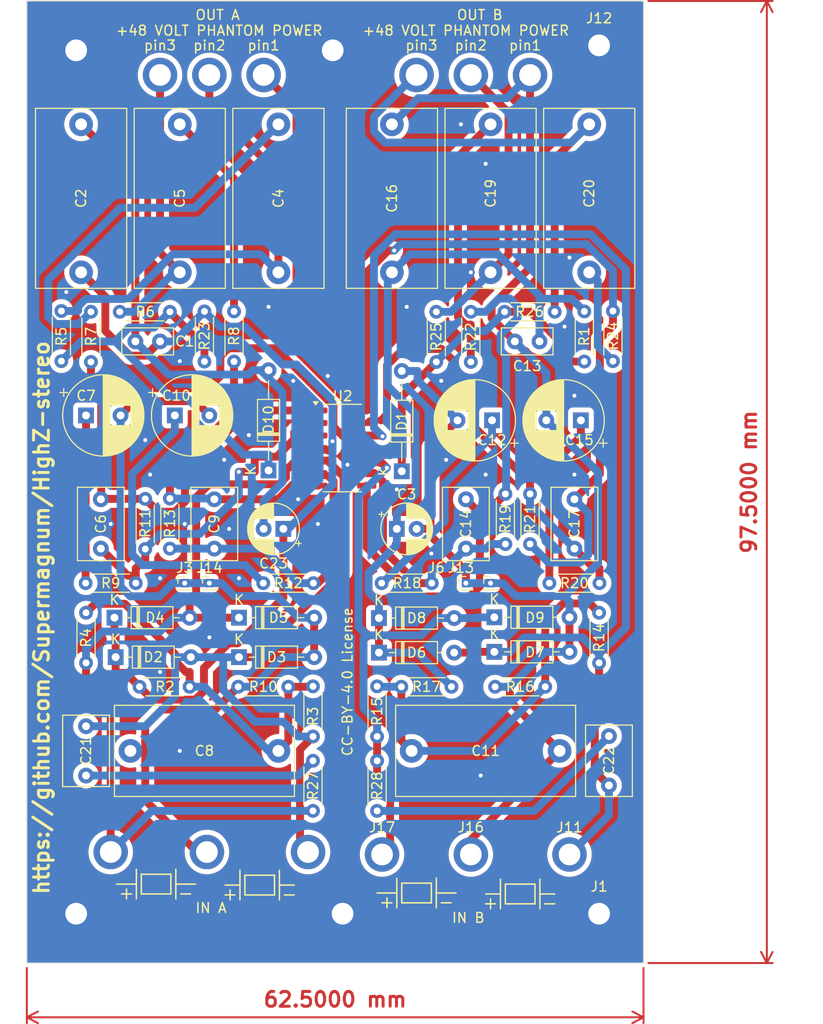
<source format=kicad_pcb>
(kicad_pcb (version 20240108) (generator "pcbnew") (generator_version "8.0")
  (layers (0 "F.Cu" signal) (31 "B.Cu" signal) (34 "B.Paste" user) (35 "F.Paste" user) (36 "B.SilkS" user "B.Silkscreen") (37 "F.SilkS" user "F.Silkscreen") (38 "B.Mask" user) (39 "F.Mask" user) (44 "Edge.Cuts" user))
  (net 0 "")
  (net 1 "Net-(C6-Pad2)")
  (net 2 "Net-(U2A--)")
  (net 3 "V-")
  (net 4 "VCC")
  (net 5 "Net-(C4-Pad2)")
  (net 6 "Earth")
  (net 7 "ind")
  (net 8 "/2")
  (net 9 "/3")
  (net 10 "Net-(C5-Pad2)")
  (net 11 "Net-(C7-Pad1)")
  (net 12 "Net-(C9-Pad2)")
  (net 13 "Net-(C10-Pad1)")
  (net 14 "Net-(C8-Pad1)")
  (net 15 "Net-(U2B--)")
  (net 16 "Net-(C11-Pad1)")
  (net 17 "Net-(C12-Pad1)")
  (net 18 "VCCR")
  (net 19 "Net-(U2C--)")
  (net 20 "Net-(C14-Pad2)")
  (net 21 "Net-(C15-Pad1)")
  (net 22 "Net-(U2D--)")
  (net 23 "Net-(C17-Pad2)")
  (net 24 "Net-(C19-Pad2)")
  (net 25 "Net-(C20-Pad2)")
  (net 26 "Net-(C21-Pad2)")
  (net 27 "Net-(D4-A)")
  (net 28 "indR")
  (net 29 "Net-(D8-A)")
  (net 30 "Net-(C22-Pad2)")
  (net 31 "GND")
  (net 32 "/2A")
  (net 33 "/3A")
  (net 34 "V-R")
  (net 35 "Net-(D1-K)")
  (net 36 "Net-(D10-K)")
  (footprint "Capacitor_THT:C_Disc_D5.0mm_W2.5mm_P2.50mm" (layer "F.Cu") (at 51 67 180)
    (property "Reference" "C1")
    (property "Value" "0.1uF")
  )
  (footprint "Capacitor_THT:C_Rect_L18.0mm_W9.0mm_P15.00mm_FKS3_FKP3" (layer "F.Cu") (at 43 60 90)
    (property "Reference" "C2")
    (property "Value" "10uF")
  )
  (footprint "Capacitor_THT:CP_Radial_D5.0mm_P2.00mm" (layer "F.Cu") (at 75 86)
    (property "Reference" "C3")
    (property "Value" "33uF")
  )
  (footprint "Capacitor_THT:C_Rect_L18.0mm_W9.0mm_P15.00mm_FKS3_FKP3" (layer "F.Cu") (at 63 60 90)
    (property "Reference" "C4")
    (property "Value" "10uF")
  )
  (footprint "Capacitor_THT:C_Rect_L18.0mm_W9.0mm_P15.00mm_FKS3_FKP3" (layer "F.Cu") (at 53 60 90)
    (property "Reference" "C5")
    (property "Value" "10uF")
  )
  (footprint "Capacitor_THT:C_Rect_L18.0mm_W9.0mm_P15.00mm_FKS3_FKP3" (layer "F.Cu") (at 63 108.5 180)
    (property "Reference" "C8")
    (property "Value" "10uF")
  )
  (footprint "Diode_THT:D_DO-35_SOD27_P7.62mm_Horizontal" (layer "F.Cu") (at 46.38 95)
    (property "Reference" "D4")
    (property "Value" "1N4148")
  )
  (footprint "Diode_THT:D_DO-35_SOD27_P7.62mm_Horizontal" (layer "F.Cu") (at 59 95)
    (property "Reference" "D5")
    (property "Value" "1N4148")
  )
  (footprint "MountingHole:MountingHole_2.2mm_M2_ISO7380_Pad" (layer "F.Cu") (at 42.5 125)
    (property "Reference" "J7" (hide yes))
    (property "Value" "Conn_01x01_Female")
  )
  (footprint "MountingHole:MountingHole_2.2mm_M2_ISO7380_Pad" (layer "F.Cu") (at 68.5 37.5)
    (property "Reference" "J8" (hide yes))
    (property "Value" "Conn_01x01_Female")
  )
  (footprint "MountingHole:MountingHole_2.2mm_M2_ISO7380_Pad" (layer "F.Cu") (at 42.5 37.5)
    (property "Reference" "J9" (hide yes))
    (property "Value" "Conn_01x01_Female")
  )
  (footprint "MountingHole:MountingHole_2.2mm_M2_ISO7380_Pad" (layer "F.Cu") (at 69.5 125)
    (property "Reference" "J10" (hide yes))
    (property "Value" "Conn_01x01_Female")
  )
  (footprint "Resistor_THT:R_Axial_DIN0204_L3.6mm_D1.6mm_P5.08mm_Horizontal" (layer "F.Cu") (at 49.5 82.96 -90)
    (property "Reference" "R11")
    (property "Value" "4K")
  )
  (footprint "Resistor_THT:R_Axial_DIN0204_L3.6mm_D1.6mm_P5.08mm_Horizontal" (layer "F.Cu") (at 41 69 90)
    (property "Reference" "R5")
    (property "Value" "4.7K")
  )
  (footprint "Resistor_THT:R_Axial_DIN0204_L3.6mm_D1.6mm_P5.08mm_Horizontal" (layer "F.Cu") (at 52 64 180)
    (property "Reference" "R6")
    (property "Value" "4.7K")
  )
  (footprint "Resistor_THT:R_Axial_DIN0204_L3.6mm_D1.6mm_P5.08mm_Horizontal" (layer "F.Cu") (at 44 64 -90)
    (property "Reference" "R7")
    (property "Value" "470")
  )
  (footprint "Resistor_THT:R_Axial_DIN0204_L3.6mm_D1.6mm_P5.08mm_Horizontal" (layer "F.Cu") (at 48.92 102)
    (property "Reference" "R2")
    (property "Value" "56K")
  )
  (footprint "Resistor_THT:R_Axial_DIN0204_L3.6mm_D1.6mm_P5.08mm_Horizontal" (layer "F.Cu") (at 43.5 94.5 -90)
    (property "Reference" "R4")
    (property "Value" "1G")
  )
  (footprint "Resistor_THT:R_Axial_DIN0204_L3.6mm_D1.6mm_P5.08mm_Horizontal" (layer "F.Cu") (at 58.5 63.96 -90)
    (property "Reference" "R8")
    (property "Value" "470")
  )
  (footprint "Resistor_THT:R_Axial_DIN0204_L3.6mm_D1.6mm_P5.08mm_Horizontal" (layer "F.Cu") (at 43.46 91.5)
    (property "Reference" "R9")
    (property "Value" "100")
  )
  (footprint "Resistor_THT:R_Axial_DIN0204_L3.6mm_D1.6mm_P5.08mm_Horizontal" (layer "F.Cu") (at 64 102 180)
    (property "Reference" "R10")
    (property "Value" "56K")
  )
  (footprint "Diode_THT:D_DO-35_SOD27_P7.62mm_Horizontal" (layer "F.Cu") (at 46.5 99)
    (property "Reference" "D2")
    (property "Value" "1N4148")
  )
  (footprint "Diode_THT:D_DO-35_SOD27_P7.62mm_Horizontal" (layer "F.Cu") (at 59 99)
    (property "Reference" "D3")
    (property "Value" "1N4148")
  )
  (footprint "Resistor_THT:R_Axial_DIN0204_L3.6mm_D1.6mm_P5.08mm_Horizontal" (layer "F.Cu") (at 66.5 101.96 -90)
    (property "Reference" "R3")
    (property "Value" "1G")
  )
  (footprint "Resistor_THT:R_Axial_DIN0204_L3.6mm_D1.6mm_P5.08mm_Horizontal" (layer "F.Cu") (at 61.46 91.5)
    (property "Reference" "R12")
    (property "Value" "100")
  )
  (footprint "Resistor_THT:R_Axial_DIN0204_L3.6mm_D1.6mm_P5.08mm_Horizontal" (layer "F.Cu") (at 52 82.92 -90)
    (property "Reference" "R13")
    (property "Value" "4K")
  )
  (footprint "Capacitor_THT:C_Rect_L7.2mm_W4.5mm_P5.00mm_FKS2_FKP2_MKS2_MKP2" (layer "F.Cu") (at 45 88 90)
    (property "Reference" "C6")
    (property "Value" "47pF")
  )
  (footprint "Capacitor_THT:C_Rect_L7.2mm_W4.5mm_P5.00mm_FKS2_FKP2_MKS2_MKP2" (layer "F.Cu") (at 56.5 88 90)
    (property "Reference" "C9")
    (property "Value" "47pF")
  )
  (footprint "Capacitor_THT:CP_Radial_D8.0mm_P3.50mm" (layer "F.Cu") (at 43.5 74.5)
    (property "Reference" "C7")
    (property "Value" "47uF")
  )
  (footprint "Capacitor_THT:CP_Radial_D8.0mm_P3.50mm" (layer "F.Cu") (at 52.5 74.5)
    (property "Reference" "C10")
    (property "Value" "47uF")
  )
  (footprint "MountingHole:MountingHole_2.2mm_M2_ISO7380_Pad" (layer "F.Cu") (at 66 118.75)
    (property "Reference" "J2" (hide yes))
    (property "Value" "Conn_01x01_Female")
  )
  (footprint "Connector_PinHeader_1.00mm:PinHeader_1x01_P1.00mm_Vertical" (layer "F.Cu") (at 53.5 91.5)
    (property "Reference" "J3")
    (property "Value" "Potmeter ground A")
  )
  (footprint "MountingHole:MountingHole_2.2mm_M2_ISO7380_Pad" (layer "F.Cu") (at 55.75 118.75)
    (property "Reference" "J4" (hide yes))
    (property "Value" "Conn_01x01_Female")
  )
  (footprint "MountingHole:MountingHole_2.2mm_M2_ISO7380_Pad" (layer "F.Cu") (at 46 118.75)
    (property "Reference" "J5" (hide yes))
    (property "Value" "Conn_01x01_Female")
  )
  (footprint "Connector_PinHeader_1.00mm:PinHeader_1x01_P1.00mm_Vertical" (layer "F.Cu") (at 82 91.5)
    (property "Reference" "J6")
    (property "Value" "potmeter ground B")
  )
  (footprint "Resistor_THT:R_Axial_DIN0204_L3.6mm_D1.6mm_P5.08mm_Horizontal" (layer "F.Cu") (at 95.5 94.5 -90)
    (property "Reference" "R14")
    (property "Value" "1G")
  )
  (footprint "Connector_PinHeader_1.00mm:PinHeader_1x01_P1.00mm_Vertical" (layer "F.Cu") (at 56 91.5)
    (property "Reference" "J14")
    (property "Value" "Potmeter ground A")
  )
  (footprint "Connector_PinHeader_1.00mm:PinHeader_1x01_P1.00mm_Vertical" (layer "F.Cu") (at 84.5 91.5)
    (property "Reference" "J13")
    (property "Value" "potmeter ground B")
  )
  (footprint "Capacitor_THT:C_Rect_L18.0mm_W9.0mm_P15.00mm_FKS3_FKP3" (layer "F.Cu") (at 84.5 60 90)
    (property "Reference" "C19")
    (property "Value" "10uF")
  )
  (footprint "Capacitor_THT:C_Rect_L7.0mm_W4.5mm_P5.00mm" (layer "F.Cu") (at 96.5 112 90)
    (property "Reference" "C22")
    (property "Value" "680pF")
  )
  (footprint "MountingHole:MountingHole_2.2mm_M2_ISO7380_Pad" (layer "F.Cu") (at 73.5 119)
    (property "Reference" "J17")
    (property "Value" "Conn_01x01_Female")
  )
  (footprint "Resistor_THT:R_Axial_DIN0204_L3.6mm_D1.6mm_P5.08mm_Horizontal" (layer "F.Cu") (at 90.46 91.5)
    (property "Reference" "R20")
    (property "Value" "100")
  )
  (footprint "Package_SO:SOIC-14_3.9x8.7mm_P1.27mm" (layer "F.Cu") (at 69.475 77.81)
    (property "Reference" "U2")
    (property "Value" "OPA1679")
  )
  (footprint "Diode_THT:D_DO-35_SOD27_P7.62mm_Horizontal" (layer "F.Cu") (at 84.88 94.96)
    (property "Reference" "D9")
    (property "Value" "1N4148")
  )
  (footprint "Diode_THT:D_DO-35_SOD27_P10.16mm_Horizontal" (layer "F.Cu") (at 62 80.08 90)
    (property "Reference" "D10")
    (property "Value" "ZPD11")
  )
  (footprint "Resistor_THT:R_Axial_DIN0204_L3.6mm_D1.6mm_P5.08mm_Horizontal" (layer "F.Cu") (at 79 69.08 90)
    (property "Reference" "R25")
    (property "Value" "4.7K")
  )
  (footprint "Resistor_THT:R_Axial_DIN0204_L3.6mm_D1.6mm_P5.08mm_Horizontal" (layer "F.Cu") (at 55.5 63.96 -90)
    (property "Reference" "R23")
    (property "Value" "100")
  )
  (footprint "MountingHole:MountingHole_2.2mm_M2_ISO7380_Pad" (layer "F.Cu") (at 95.5 37)
    (property "Reference" "J12")
    (property "Value" "Conn_01x01_Female")
  )
  (footprint "Diode_THT:D_DO-35_SOD27_P7.62mm_Horizontal" (layer "F.Cu") (at 73.19 95.04)
    (property "Reference" "D8")
    (property "Value" "1N4148")
  )
  (footprint "MountingHole:MountingHole_2.2mm_M2_ISO7380_Pad" (layer "F.Cu") (at 82.5 40)
    (property "Reference" "J19" (hide yes))
    (property "Value" "Conn_01x01_Female")
  )
  (footprint "MountingHole:MountingHole_2.2mm_M2_ISO7380_Pad" (layer "F.Cu") (at 82.5 119)
    (property "Reference" "J16")
    (property "Value" "Conn_01x01_Female")
  )
  (footprint "Resistor_THT:R_Axial_DIN0204_L3.6mm_D1.6mm_P5.08mm_Horizontal" (layer "F.Cu") (at 85.92 64)
    (property "Reference" "R26")
    (property "Value" "4.7K")
  )
  (footprint "Capacitor_THT:CP_Radial_D8.0mm_P3.50mm" (layer "F.Cu") (at 84.6527 75 180)
    (property "Reference" "C12")
    (property "Value" "47uF")
  )
  (footprint "Capacitor_THT:C_Rect_L18.0mm_W9.0mm_P15.00mm_FKS3_FKP3" (layer "F.Cu") (at 94.5 45 -90)
    (property "Reference" "C20")
    (property "Value" "10uF")
  )
  (footprint "MountingHole:MountingHole_2.2mm_M2_ISO7380_Pad" (layer "F.Cu") (at 88.5 40)
    (property "Reference" "J20" (hide yes))
    (property "Value" "Conn_01x01_Female")
  )
  (footprint "MountingHole:MountingHole_2.2mm_M2_ISO7380_Pad" (layer "F.Cu") (at 77 40)
    (property "Reference" "J18" (hide yes))
    (property "Value" "Conn_01x01_Female")
  )
  (footprint "Capacitor_THT:CP_Radial_D8.0mm_P3.50mm" (layer "F.Cu") (at 93.6527 75 180)
    (property "Reference" "C15")
    (property "Value" "47uF")
  )
  (footprint "Resistor_THT:R_Axial_DIN0204_L3.6mm_D1.6mm_P5.08mm_Horizontal" (layer "F.Cu") (at 90.04 102 180)
    (property "Reference" "R16")
    (property "Value" "56K")
  )
  (footprint "Resistor_THT:R_Axial_DIN0204_L3.6mm_D1.6mm_P5.08mm_Horizontal" (layer "F.Cu") (at 73 101.96 -90)
    (property "Reference" "R15")
    (property "Value" "1G")
  )
  (footprint "Resistor_THT:R_Axial_DIN0204_L3.6mm_D1.6mm_P5.08mm_Horizontal" (layer "F.Cu") (at 82.5 69.08 90)
    (property "Reference" "R22")
    (property "Value" "470")
  )
  (footprint "Resistor_THT:R_Axial_DIN0204_L3.6mm_D1.6mm_P5.08mm_Horizontal" (layer "F.Cu") (at 96.9027 69 90)
    (property "Reference" "R24")
    (property "Value" "470")
  )
  (footprint "Resistor_THT:R_Axial_DIN0204_L3.6mm_D1.6mm_P5.08mm_Horizontal" (layer "F.Cu") (at 86 82.46 -90)
    (property "Reference" "R19")
    (property "Value" "4K")
  )
  (footprint "Capacitor_THT:C_Rect_L18.0mm_W9.0mm_P15.00mm_FKS3_FKP3" (layer "F.Cu") (at 76.5 108.5)
    (property "Reference" "C11")
    (property "Value" "10uF")
  )
  (footprint "Resistor_THT:R_Axial_DIN0204_L3.6mm_D1.6mm_P5.08mm_Horizontal" (layer "F.Cu") (at 73 114.58 90)
    (property "Reference" "R28")
    (property "Value" "150")
  )
  (footprint "Resistor_THT:R_Axial_DIN0204_L3.6mm_D1.6mm_P5.08mm_Horizontal" (layer "F.Cu") (at 73.46 91.5)
    (property "Reference" "R18")
    (property "Value" "100")
  )
  (footprint "MountingHole:MountingHole_2.2mm_M2_ISO7380_Pad" (layer "F.Cu") (at 56 40)
    (property "Reference" "J1A1" (hide yes))
    (property "Value" "Conn_01x01_Female")
  )
  (footprint "Capacitor_THT:C_Rect_L18.0mm_W9.0mm_P15.00mm_FKS3_FKP3" (layer "F.Cu") (at 74.5 60 90)
    (property "Reference" "C16")
    (property "Value" "10uF")
  )
  (footprint "MountingHole:MountingHole_2.2mm_M2_ISO7380_Pad" (layer "F.Cu") (at 61.5 40)
    (property "Reference" "J6A1" (hide yes))
    (property "Value" "Conn_01x01_Female")
  )
  (footprint "Capacitor_THT:C_Rect_L7.2mm_W4.5mm_P5.00mm_FKS2_FKP2_MKS2_MKP2" (layer "F.Cu") (at 82 88 90)
    (property "Reference" "C14")
    (property "Value" "47pF")
  )
  (footprint "MountingHole:MountingHole_2.2mm_M2_ISO7380_Pad" (layer "F.Cu") (at 51 40)
    (property "Reference" "J3A1" (hide yes))
    (property "Value" "Conn_01x01_Female")
  )
  (footprint "MountingHole:MountingHole_2.2mm_M2_ISO7380_Pad" (layer "F.Cu") (at 92.5 119)
    (property "Reference" "J11")
    (property "Value" "Conn_01x01_Female")
  )
  (footprint "Capacitor_THT:C_Rect_L7.2mm_W4.5mm_P5.00mm_FKS2_FKP2_MKS2_MKP2" (layer "F.Cu") (at 93 88 90)
    (property "Reference" "C17")
    (property "Value" "47pF")
  )
  (footprint "Diode_THT:D_DO-35_SOD27_P10.16mm_Horizontal" (layer "F.Cu") (at 75.5 80.16 90)
    (property "Reference" "D1")
    (property "Value" "ZPD11")
  )
  (footprint "Diode_THT:D_DO-35_SOD27_P7.62mm_Horizontal" (layer "F.Cu") (at 84.88 98.46)
    (property "Reference" "D7")
    (property "Value" "1N4148")
  )
  (footprint "Diode_THT:D_DO-35_SOD27_P7.62mm_Horizontal" (layer "F.Cu") (at 73.19 98.54)
    (property "Reference" "D6")
    (property "Value" "1N4148")
  )
  (footprint "Resistor_THT:R_Axial_DIN0204_L3.6mm_D1.6mm_P5.08mm_Horizontal" (layer "F.Cu") (at 66.5 109.5 -90)
    (property "Reference" "R27")
    (property "Value" "150")
  )
  (footprint "Capacitor_THT:CP_Radial_D5.0mm_P2.00mm" (layer "F.Cu") (at 63.5 86 180)
    (property "Reference" "C23")
    (property "Value" "33uF")
  )
  (footprint "Resistor_THT:R_Axial_DIN0204_L3.6mm_D1.6mm_P5.08mm_Horizontal" (layer "F.Cu") (at 88.5 87.54 90)
    (property "Reference" "R21")
    (property "Value" "4K")
  )
  (footprint "Capacitor_THT:C_Rect_L7.0mm_W4.5mm_P5.00mm" (layer "F.Cu") (at 43.5 106 -90)
    (property "Reference" "C21")
    (property "Value" "680pF")
  )
  (footprint "Resistor_THT:R_Axial_DIN0204_L3.6mm_D1.6mm_P5.08mm_Horizontal" (layer "F.Cu") (at 94 63.96 -90)
    (property "Reference" "R1")
    (property "Value" "100")
  )
  (footprint "MountingHole:MountingHole_2.2mm_M2_ISO7380_Pad" (layer "F.Cu") (at 95.5 125)
    (property "Reference" "J1")
    (property "Value" "Conn_01x01_Female")
  )
  (footprint "Capacitor_THT:C_Disc_D5.0mm_W2.5mm_P2.50mm" (layer "F.Cu") (at 89.46 67 180)
    (property "Reference" "C13")
    (property "Value" "0.1uF")
  )
  (footprint "Resistor_THT:R_Axial_DIN0204_L3.6mm_D1.6mm_P5.08mm_Horizontal" (layer "F.Cu") (at 80.54 102 180)
    (property "Reference" "R17")
    (property "Value" "56K")
  )
  (gr_line (start 49.1 123) (end 52.1 123) (stroke (width 0.15)) (layer "F.SilkS"))
  (gr_line (start 52.6 120.5) (end 52.6 123.5) (stroke (width 0.15)) (layer "F.SilkS"))
  (gr_line (start 59.6 123.1) (end 62.6 123.1) (stroke (width 0.15)) (layer "F.SilkS"))
  (gr_line (start 59.1 120.6) (end 59.1 123.6) (stroke (width 0.15)) (layer "F.SilkS"))
  (gr_line (start 58.1 122.6) (end 58.1 123.6) (stroke (width 0.15)) (layer "F.SilkS"))
  (gr_line (start 59.6 121.1) (end 62.6 121.1) (stroke (width 0.15)) (layer "F.SilkS"))
  (gr_line (start 62.6 121.1) (end 62.6 123.1) (stroke (width 0.15)) (layer "F.SilkS"))
  (gr_line (start 59.6 123.1) (end 59.6 121.1) (stroke (width 0.15)) (layer "F.SilkS"))
  (gr_line (start 63.1 120.6) (end 63.1 123.6) (stroke (width 0.15)) (layer "F.SilkS"))
  (gr_line (start 57.6 123.1) (end 58.6 123.1) (stroke (width 0.15)) (layer "F.SilkS"))
  (gr_line (start 53.1 123) (end 54.1 123) (stroke (width 0.15)) (layer "F.SilkS"))
  (gr_line (start 63.6 123.1) (end 64.6 123.1) (stroke (width 0.15)) (layer "F.SilkS"))
  (gr_line (start 75.5 123.9) (end 75.5 121.9) (stroke (width 0.15)) (layer "F.SilkS"))
  (gr_line (start 52.6 122) (end 54.6 122) (stroke (width 0.15)) (layer "F.SilkS"))
  (gr_line (start 86 124) (end 89 124) (stroke (width 0.15)) (layer "F.SilkS"))
  (gr_line (start 75 122.9) (end 73 122.9) (stroke (width 0.15)) (layer "F.SilkS"))
  (gr_line (start 86 122) (end 89 122) (stroke (width 0.15)) (layer "F.SilkS"))
  (gr_line (start 84.5 123.5) (end 84.5 124.5) (stroke (width 0.15)) (layer "F.SilkS"))
  (gr_line (start 90 124) (end 91 124) (stroke (width 0.15)) (layer "F.SilkS"))
  (gr_line (start 89.5 123) (end 91 123) (stroke (width 0.15)) (layer "F.SilkS"))
  (gr_line (start 79.5 123.9) (end 80.5 123.9) (stroke (width 0.15)) (layer "F.SilkS"))
  (gr_line (start 47.6 122.5) (end 47.6 123.5) (stroke (width 0.15)) (layer "F.SilkS"))
  (gr_line (start 48.6 122) (end 46.6 122) (stroke (width 0.15)) (layer "F.SilkS"))
  (gr_line (start 52.1 121) (end 52.1 123) (stroke (width 0.15)) (layer "F.SilkS"))
  (gr_line (start 89 122) (end 89 124) (stroke (width 0.15)) (layer "F.SilkS"))
  (gr_line (start 75.5 123.9) (end 78.5 123.9) (stroke (width 0.15)) (layer "F.SilkS"))
  (gr_line (start 49.1 123) (end 49.1 121) (stroke (width 0.15)) (layer "F.SilkS"))
  (gr_line (start 78.5 121.9) (end 78.5 123.9) (stroke (width 0.15)) (layer "F.SilkS"))
  (gr_line (start 85.5 121.5) (end 85.5 124.5) (stroke (width 0.15)) (layer "F.SilkS"))
  (gr_line (start 85.5 123) (end 84 123) (stroke (width 0.15)) (layer "F.SilkS"))
  (gr_line (start 47.1 123) (end 48.1 123) (stroke (width 0.15)) (layer "F.SilkS"))
  (gr_line (start 79 122.9) (end 81 122.9) (stroke (width 0.15)) (layer "F.SilkS"))
  (gr_line (start 48.6 120.5) (end 48.6 123.5) (stroke (width 0.15)) (layer "F.SilkS"))
  (gr_line (start 74 123.4) (end 74 124.4) (stroke (width 0.15)) (layer "F.SilkS"))
  (gr_line (start 84 124) (end 85 124) (stroke (width 0.15)) (layer "F.SilkS"))
  (gr_line (start 75 121.4) (end 75 124.4) (stroke (width 0.15)) (layer "F.SilkS"))
  (gr_line (start 59.1 122.1) (end 57.6 122.1) (stroke (width 0.15)) (layer "F.SilkS"))
  (gr_line (start 86 124) (end 86 122) (stroke (width 0.15)) (layer "F.SilkS"))
  (gr_line (start 73.5 123.9) (end 74.5 123.9) (stroke (width 0.15)) (layer "F.SilkS"))
  (gr_line (start 79 121.4) (end 79 124.4) (stroke (width 0.15)) (layer "F.SilkS"))
  (gr_line (start 49.1 121) (end 52.1 121) (stroke (width 0.15)) (layer "F.SilkS"))
  (gr_line (start 63.1 122.1) (end 64.6 122.1) (stroke (width 0.15)) (layer "F.SilkS"))
  (gr_line (start 89.5 121.5) (end 89.5 124.5) (stroke (width 0.15)) (layer "F.SilkS"))
  (gr_line (start 75.5 121.9) (end 78.5 121.9) (stroke (width 0.15)) (layer "F.SilkS"))
  (gr_rect (start 37.5 32.5) (end 100 130) (stroke (width 0.1)) (fill none) (layer "Edge.Cuts"))
  (gr_text "pin3" (at 77.5 37 0) (layer "F.SilkS") (effects (font (size 1 1))))
  (gr_text "+48 VOLT PHANTOM POWER" (at 57 35.5 0) (layer "F.SilkS") (effects (font (size 1 1))))
  (gr_text "pin1" (at 88 37 0) (layer "F.SilkS") (effects (font (size 1 1))))
  (gr_text " CC-BY-4.0 License " (at 70 101.5 90) (layer "F.SilkS") (effects (font (size 1 1))))
  (gr_text "+48 VOLT PHANTOM POWER" (at 82 35.5 0) (layer "F.SilkS") (effects (font (size 1 1))))
  (gr_text "pin3" (at 51 37 0) (layer "F.SilkS") (effects (font (size 1 1))))
  (gr_text "IN B" (at 80.5 126 0) (layer "F.SilkS") (effects (font (size 1 1)) (justify left bottom)))
  (gr_text "pin2" (at 56 37 0) (layer "F.SilkS") (effects (font (size 1 1))))
  (gr_text "OUT A" (at 54.5 34.5 0) (layer "F.SilkS") (effects (font (size 1 1)) (justify left bottom)))
  (gr_text "https://github.com/Supermagnum/HighZ-stereo" (at 39 95 90) (layer "F.SilkS") (effects (font (size 1.5 1.5) (thickness 0.3))))
  (gr_text "pin1" (at 61.5 37 0) (layer "F.SilkS") (effects (font (size 1 1))))
  (gr_text "pin2" (at 82.5 37 0) (layer "F.SilkS") (effects (font (size 1 1))))
  (gr_text "IN A" (at 54.5 125 0) (layer "F.SilkS") (effects (font (size 1 1)) (justify left bottom)))
  (gr_text "OUT B" (at 81 34.5 0) (layer "F.SilkS") (effects (font (size 1 1)) (justify left bottom)))
  (dimension (type aligned) (layer "F.Cu") (pts (xy 37.5 130) (xy 100 130)) (height 5.5) (gr_text "62,5000 mm" (at 68.75 133.7 0) (layer "F.Cu") (effects (font (size 1.5 1.5) (thickness 0.3)))) (format (prefix "") (suffix "") (units 3) (units_format 1) (precision 4)) (style (thickness 0.2) (arrow_length 1.27) (text_position_mode 0) (extension_height 0.58642) (extension_offset 0.5) keep_text_aligned))
  (dimension (type aligned) (layer "F.Cu") (pts (xy 100 32.5) (xy 100 130)) (height -12.5) (gr_text "97,5000 mm" (at 110.7 81.25 90) (layer "F.Cu") (effects (font (size 1.5 1.5) (thickness 0.3)))) (format (prefix "") (suffix "") (units 3) (units_format 1) (precision 4)) (style (thickness 0.2) (arrow_length 1.27) (text_position_mode 0) (extension_height 0.58642) (extension_offset 0.5) keep_text_aligned))
  (segment (start 45.04 71.62) (end 45.04 82.96) (width 0.8) (layer "F.Cu") (net 1))
  (segment (start 67 74) (end 59.972514 74) (width 0.8) (layer "F.Cu") (net 1))
  (segment (start 53.5258 83.2455) (end 52.5094 84.2619) (width 0.8) (layer "F.Cu") (net 1))
  (segment (start 44 69.08) (end 44 70.58) (width 0.8) (layer "F.Cu") (net 1))
  (segment (start 49.5 82.96) (end 45.04 82.96) (width 0.8) (layer "F.Cu") (net 1))
  (segment (start 53.5258 80.446714) (end 53.5258 83.2455) (width 0.8) (layer "F.Cu") (net 1))
  (segment (start 45.04 82.96) (end 45 83) (width 0.8) (layer "F.Cu") (net 1))
  (segment (start 50.8019 84.2619) (end 49.5 82.96) (width 0.8) (layer "F.Cu") (net 1))
  (segment (start 59.972514 74) (end 53.5258 80.446714) (width 0.8) (layer "F.Cu") (net 1))
  (segment (start 44 70.58) (end 45.04 71.62) (width 0.8) (layer "F.Cu") (net 1))
  (segment (start 52.5094 84.2619) (end 50.8019 84.2619) (width 0.8) (layer "F.Cu") (net 1))
  (segment (start 62.82 78.68) (end 60.6 78.68) (width 0.8) (layer "F.Cu") (net 2))
  (segment (start 49 89.54) (end 49.5 89.54) (width 0.8) (layer "F.Cu") (net 2))
  (segment (start 65.276201 75.4145) (end 67 75.4145) (width 0.601) (layer "F.Cu") (net 2))
  (segment (start 60.6 78.68) (end 60.6 80.2185) (width 0.8) (layer "F.Cu") (net 2))
  (segment (start 67 75.4145) (end 67 75.27) (width 0.8) (layer "F.Cu") (net 2))
  (segment (start 64.5 76.190701) (end 65.276201 75.4145) (width 0.601) (layer "F.Cu") (net 2))
  (segment (start 64.5 77) (end 62.82 78.68) (width 0.8) (layer "F.Cu") (net 2))
  (segment (start 48.54 91.5) (end 48.54 90.75) (width 0.8) (layer "F.Cu") (net 2))
  (segment (start 48.54 90.75) (end 48.54 90) (width 0.8) (layer "F.Cu") (net 2))
  (segment (start 48.54 90) (end 49 89.54) (width 0.8) (layer "F.Cu") (net 2))
  (segment (start 47.75 90.75) (end 45 88) (width 0.8) (layer "F.Cu") (net 2))
  (segment (start 49.5 88.04) (end 49.5 89.54) (width 0.8) (layer "F.Cu") (net 2))
  (segment (start 64.5 77) (end 64.5 76.190701) (width 0.601) (layer "F.Cu") (net 2))
  (segment (start 60.6 80.2185) (end 58.983 80.2185) (width 0.8) (layer "F.Cu") (net 2))
  (segment (start 48.54 90.75) (end 47.75 90.75) (width 0.8) (layer "F.Cu") (net 2))
  (via (at 58.983 80.2185) (size 0.8) (drill 0.4) (layers "F.Cu" "B.Cu") (net 2))
  (segment (start 51.04 86.5) (end 55.0498 86.5) (width 0.8) (layer "B.Cu") (net 2))
  (segment (start 58.983 82.5668) (end 58.983 80.2185) (width 0.8) (layer "B.Cu") (net 2))
  (segment (start 49.5 88.04) (end 51.04 86.5) (width 0.8) (layer "B.Cu") (net 2))
  (segment (start 55.0498 86.5) (end 58.983 82.5668) (width 0.8) (layer "B.Cu") (net 2))
  (segment (start 49.5 108.5) (end 48 108.5) (width 0.8) (layer "F.Cu") (net 3))
  (segment (start 48.4451 73.0549) (end 47 74.5) (width 0.8) (layer "F.Cu") (net 3))
  (segment (start 57.1143 68.5153) (end 57.9305 67.6991) (width 0.8) (layer "F.Cu") (net 3))
  (segment (start 57.1143 70.5132) (end 57.1143 68.5153) (width 0.8) (layer "F.Cu") (net 3))
  (segment (start 56 74.4823) (end 54.5726 73.0549) (width 0.8) (layer "F.Cu") (net 3))
  (segment (start 49.5 113.5) (end 54.75 118.75) (width 0.8) (layer "F.Cu") (net 3))
  (segment (start 64.8333 43.3333) (end 64.8333 65.6602) (width 0.8) (layer "F.Cu") (net 3))
  (segment (start 70.4766 77.5402) (end 68.575 75.6386) (width 0.8) (layer "F.Cu") (net 3))
  (segment (start 54.5726 73.0549) (end 57.1143 70.5132) (width 0.8) (layer "F.Cu") (net 3))
  (segment (start 64.8333 65.6602) (end 62.7944 67.6991) (width 0.8) (layer "F.Cu") (net 3))
  (segment (start 56.6123 104.3077) (end 51.1923 104.3077) (width 0.8) (layer "F.Cu") (net 3))
  (segment (start 68.575 75.6386) (end 68.575 73.535184) (width 0.8) (layer "F.Cu") (net 3))
  (segment (start 54.75 118.75) (end 55.75 118.75) (width 0.8) (layer "F.Cu") (net 3))
  (segment (start 58.92 102) (end 56.6123 104.3077) (width 0.8) (layer "F.Cu") (net 3))
  (segment (start 61.5 40) (end 64.8333 43.3333) (width 0.8) (layer "F.Cu") (net 3))
  (segment (start 56 74.5) (end 56 74.4823) (width 0.8) (layer "F.Cu") (net 3))
  (segment (start 71.6802 77.5402) (end 71.95 77.81) (width 0.601) (layer "F.Cu") (net 3))
  (segment (start 70.4766 77.5402) (end 71.6802 77.5402) (width 0.601) (layer "F.Cu") (net 3))
  (segment (start 62.738916 67.6991) (end 60 67.6991) (width 0.8) (layer "F.Cu") (net 3))
  (segment (start 49.5 106) (end 49.5 108.5) (width 0.8) (layer "F.Cu") (net 3))
  (segment (start 60 67.6991) (end 62.7944 67.6991) (width 0.8) (layer "F.Cu") (net 3))
  (segment (start 68.575 73.535184) (end 62.738916 67.6991) (width 0.8) (layer "F.Cu") (net 3))
  (segment (start 49.5 108.5) (end 49.5 113.5) (width 0.8) (layer "F.Cu") (net 3))
  (segment (start 66.62 99) (end 66.62 95) (width 0.8) (layer "F.Cu") (net 3))
  (segment (start 54.5726 73.0549) (end 48.4451 73.0549) (width 0.8) (layer "F.Cu") (net 3))
  (segment (start 51.1923 104.3077) (end 49.5 106) (width 0.8) (layer "F.Cu") (net 3))
  (segment (start 57.9305 67.6991) (end 60 67.6991) (width 0.8) (layer "F.Cu") (net 3))
  (segment (start 47 91.85) (end 47.9806 92.8306) (width 0.8) (layer "B.Cu") (net 3))
  (segment (start 62.8217 92.8017) (end 65.02 95) (width 0.8) (layer "B.Cu") (net 3))
  (segment (start 47 74.5) (end 47 91.85) (width 0.8) (layer "B.Cu") (net 3))
  (segment (start 58.5267 92.8017) (end 62.8217 92.8017) (width 0.8) (layer "B.Cu") (net 3))
  (segment (start 53.5 91.5) (end 52.275 91.5) (width 0.8) (layer "B.Cu") (net 3))
  (segment (start 66.62 95) (end 65.02 95) (width 0.8) (layer "B.Cu") (net 3))
  (segment (start 47.9806 92.8306) (end 50.9444 92.8306) (width 0.8) (layer "B.Cu") (net 3))
  (segment (start 60.42 102) (end 63.42 99) (width 0.8) (layer "B.Cu") (net 3))
  (segment (start 63.42 99) (end 66.62 99) (width 0.8) (layer "B.Cu") (net 3))
  (segment (start 57.225 91.5) (end 58.5267 92.8017) (width 0.8) (layer "B.Cu") (net 3))
  (segment (start 50.9444 92.8306) (end 52.275 91.5) (width 0.8) (layer "B.Cu") (net 3))
  (segment (start 56 91.5) (end 57.225 91.5) (width 0.8) (layer "B.Cu") (net 3))
  (segment (start 58.92 102) (end 60.42 102) (width 0.8) (layer "B.Cu") (net 3))
  (segment (start 56 91.5) (end 53.5 91.5) (width 0.8) (layer "B.Cu") (net 3))
  (segment (start 46.38 96.6) (end 46.5 96.72) (width 0.8) (layer "F.Cu") (net 4))
  (segment (start 46.38 95) (end 46.38 96.6) (width 0.8) (layer "F.Cu") (net 4))
  (segment (start 63.5 86) (end 63.5 92.9672) (width 0.8) (layer "F.Cu") (net 4))
  (segment (start 46.5 96.72) (end 46.5 99) (width 0.8) (layer "F.Cu") (net 4))
  (segment (start 54.5777 103.3077) (end 50.2277 103.3077) (width 0.8) (layer "F.Cu") (net 4))
  (segment (start 67.3775 78.0798) (end 67.1077 77.81) (width 0.601) (layer "F.Cu") (net 4))
  (segment (start 68.0756 78.0798) (end 67.3775 78.0798) (width 0.601) (layer "F.Cu") (net 4))
  (segment (start 55.4544 100.0946) (end 55.4544 102.431) (width 0.8) (layer "F.Cu") (net 4))
  (segment (start 55.4544 102.431) (end 54.5777 103.3077) (width 0.8) (layer "F.Cu") (net 4))
  (segment (start 45.4601 62.4601) (end 43 60) (width 0.8) (layer "F.Cu") (net 4))
  (segment (start 46.5 100.6) (end 47.52 100.6) (width 0.8) (layer "F.Cu") (net 4))
  (segment (start 47.9573 68.4433) (end 45.4601 65.9461) (width 0.8) (layer "F.Cu") (net 4))
  (segment (start 50.2277 103.3077) (end 48.92 102) (width 0.8) (layer "F.Cu") (net 4))
  (segment (start 68.0756 78.0798) (end 68.4768 77.6786) (width 0.8) (layer "F.Cu") (net 4))
  (segment (start 67 77.81) (end 67.1077 77.81) (width 0.8) (layer "F.Cu") (net 4))
  (segment (start 49.5567 68.4433) (end 47.9573 68.4433) (width 0.8) (layer "F.Cu") (net 4))
  (segment (start 45.4601 65.9461) (end 45.4601 62.4601) (width 0.8) (layer "F.Cu") (net 4))
  (segment (start 68.4768 77.6786) (end 68.4768 77.1219) (width 0.8) (layer "F.Cu") (net 4))
  (segment (start 58.8689 97.5983) (end 57.9507 97.5983) (width 0.8) (layer "F.Cu") (net 4))
  (segment (start 51 67) (end 49.5567 68.4433) (width 0.8) (layer "F.Cu") (net 4))
  (segment (start 57.9507 97.5983) (end 55.4544 100.0946) (width 0.8) (layer "F.Cu") (net 4))
  (segment (start 47.52 100.6) (end 48.92 102) (width 0.8) (layer "F.Cu") (net 4))
  (segment (start 46.5 99) (end 46.5 100.6) (width 0.8) (layer "F.Cu") (net 4))
  (segment (start 63.5 92.9672) (end 58.8689 97.5983) (width 0.8) (layer "F.Cu") (net 4))
  (via (at 68.4768 77.1219) (size 0.8) (drill 0.4) (layers "F.Cu" "B.Cu") (net 4))
  (segment (start 52.46 67) (end 55.5 63.96) (width 0.8) (layer "B.Cu") (net 4))
  (segment (start 63.4 69.340101) (end 59.561399 65.5015) (width 0.8) (layer "B.Cu") (net 4))
  (segment (start 59.561399 65.5015) (end 57.0415 65.5015) (width 0.8) (layer "B.Cu") (net 4))
  (segment (start 64 86) (end 68.4768 81.5232) (width 0.8) (layer "B.Cu") (net 4))
  (segment (start 63.5 86) (end 64 86) (width 0.8) (layer "B.Cu") (net 4))
  (segment (start 68.4768 77.1219) (end 68.4768 72.9768) (width 0.8) (layer "B.Cu") (net 4))
  (segment (start 64.840101 69.340101) (end 63.4 69.340101) (width 0.8) (layer "B.Cu") (net 4))
  (segment (start 57.0415 65.5015) (end 55.5 63.96) (width 0.8) (layer "B.Cu") (net 4))
  (segment (start 68.4768 72.9768) (end 64.840101 69.340101) (width 0.8) (layer "B.Cu") (net 4))
  (segment (start 51 67) (end 52.46 67) (width 0.8) (layer "B.Cu") (net 4))
  (segment (start 68.4768 81.5232) (end 68.4768 77.1219) (width 0.8) (layer "B.Cu") (net 4))
  (segment (start 39.6631 60.7561) (end 46.9602 53.459) (width 0.8) (layer "B.Cu") (net 5))
  (segment (start 54.541 53.459) (end 63 45) (width 0.8) (layer "B.Cu") (net 5))
  (segment (start 44 64) (end 42.7687 65.2313) (width 0.8) (layer "B.Cu") (net 5))
  (segment (start 42.7687 65.2313) (end 40.4063 65.2313) (width 0.8) (layer "B.Cu") (net 5))
  (segment (start 40.4063 65.2313) (end 39.6631 64.4881) (width 0.8) (layer "B.Cu") (net 5))
  (segment (start 39.6631 64.4881) (end 39.6631 60.7561) (width 0.8) (layer "B.Cu") (net 5))
  (segment (start 46.9602 53.459) (end 54.541 53.459) (width 0.8) (layer "B.Cu") (net 5))
  (via (at 81.5 45) (size 0.8) (drill 0.4) (layers "F.Cu" "B.Cu") (net 6))
  (via (at 84 80.5) (size 0.8) (drill 0.4) (layers "F.Cu" "B.Cu") (net 6))
  (via (at 50 80.5) (size 0.8) (drill 0.4) (layers "F.Cu" "B.Cu") (net 6))
  (via (at 78.5 88.5) (size 0.8) (drill 0.4) (layers "F.Cu" "B.Cu") (net 6))
  (via (at 53 69) (size 0.8) (drill 0.4) (layers "F.Cu" "B.Cu") (net 6))
  (via (at 49.5 77) (size 0.8) (drill 0.4) (layers "F.Cu" "B.Cu") (net 6))
  (via (at 62 63.5) (size 0.8) (drill 0.4) (layers "F.Cu" "B.Cu") (net 6))
  (via (at 53 108.5) (size 0.8) (drill 0.4) (layers "F.Cu" "B.Cu") (net 6))
  (via (at 92.5 58.5) (size 0.8) (drill 0.4) (layers "F.Cu" "B.Cu") (net 6))
  (via (at 84 49) (size 0.8) (drill 0.4) (layers "F.Cu" "B.Cu") (net 6))
  (via (at 76 63.5) (size 0.8) (drill 0.4) (layers "F.Cu" "B.Cu") (net 6))
  (via (at 46 85.5) (size 0.8) (drill 0.4) (layers "F.Cu" "B.Cu") (net 6))
  (via (at 75 82) (size 0.8) (drill 0.4) (layers "F.Cu" "B.Cu") (net 6))
  (via (at 80 79) (size 0.8) (drill 0.4) (layers "F.Cu" "B.Cu") (net 6))
  (via (at 82.5 60) (size 0.8) (drill 0.4) (layers "F.Cu" "B.Cu") (net 6))
  (via (at 59 91) (size 0.8) (drill 0.4) (layers "F.Cu" "B.Cu") (net 6))
  (via (at 64.5 71) (size 0.8) (drill 0.4) (layers "F.Cu" "B.Cu") (net 6))
  (via (at 60 76.5) (size 0.8) (drill 0.4) (layers "F.Cu" "B.Cu") (net 6))
  (via (at 57.5 79) (size 0.8) (drill 0.4) (layers "F.Cu" "B.Cu") (net 6))
  (via (at 56 97) (size 0.8) (drill 0.4) (layers "F.Cu" "B.Cu") (net 6))
  (via (at 51 91) (size 0.8) (drill 0.4) (layers "F.Cu" "B.Cu") (net 6))
  (via (at 67 85.5) (size 0.8) (drill 0.4) (layers "F.Cu" "B.Cu") (net 6))
  (via (at 51 100.5) (size 0.8) (drill 0.4) (layers "F.Cu" "B.Cu") (net 6))
  (via (at 58 86) (size 0.8) (drill 0.4) (layers "F.Cu" "B.Cu") (net 6))
  (via (at 92 65.5) (size 0.8) (drill 0.4) (layers "F.Cu" "B.Cu") (net 6))
  (via (at 65 83) (size 0.8) (drill 0.4) (layers "F.Cu" "B.Cu") (net 6))
  (via (at 41.5 62) (size 0.8) (drill 0.4) (layers "F.Cu" "B.Cu") (net 6))
  (via (at 70 79.5) (size 0.8) (drill 0.4) (layers "F.Cu" "B.Cu") (net 6))
  (via (at 79.5 71) (size 0.8) (drill 0.4) (layers "F.Cu" "B.Cu") (net 6))
  (via (at 68 70.5) (size 0.8) (drill 0.4) (layers "F.Cu" "B.Cu") (net 6))
  (via (at 93 72.5) (size 0.8) (drill 0.4) (layers "F.Cu" "B.Cu") (net 6))
  (via (at 83.5 111) (size 0.8) (drill 0.4) (layers "F.Cu" "B.Cu") (net 6))
  (via (at 53.5 85.5) (size 0.8) (drill 0.4) (layers "F.Cu" "B.Cu") (net 6))
  (via (at 93 80.5) (size 0.8) (drill 0.4) (layers "F.Cu" "B.Cu") (net 6))
  (segment (start 67 79.08) (end 67.0015 79.0815) (width 0.8) (layer "F.Cu") (net 7))
  (segment (start 65.1892 117.9392) (end 66 118.75) (width 0.8) (layer "F.Cu") (net 7))
  (segment (start 67.9804 79.0815) (end 69.6093 80.7104) (width 0.8) (layer "F.Cu") (net 7))
  (segment (start 66.7098 93.2192) (end 66.3808 93.2192) (width 0.8) (layer "F.Cu") (net 7))
  (segment (start 69.6093 90.3197) (end 66.7098 93.2192) (width 0.8) (layer "F.Cu") (net 7))
  (segment (start 65.1892 108.3508) (end 65.1892 117.9392) (width 0.8) (layer "F.Cu") (net 7))
  (segment (start 66.5 107.04) (end 65.1892 108.3508) (width 0.8) (layer "F.Cu") (net 7))
  (segment (start 66.3808 93.2192) (end 60.6 99) (width 0.8) (layer "F.Cu") (net 7))
  (segment (start 59 99) (end 60.6 99) (width 0.8) (layer "F.Cu") (net 7))
  (segment (start 69.6093 80.7104) (end 69.6093 90.3197) (width 0.8) (layer "F.Cu") (net 7))
  (segment (start 67.0015 79.0815) (end 67.9804 79.0815) (width 0.8) (layer "F.Cu") (net 7))
  (segment (start 66.5 107.04) (end 65 107.04) (width 0.8) (layer "B.Cu") (net 7))
  (segment (start 52.52 99) (end 52.52 102.98) (width 0.8) (layer "B.Cu") (net 7))
  (segment (start 52.52 102.98) (end 49.5 106) (width 0.8) (layer "B.Cu") (net 7))
  (segment (start 57.4 99) (end 55.72 99) (width 0.8) (layer "B.Cu") (net 7))
  (segment (start 54.12 99) (end 52.52 99) (width 0.8) (layer "B.Cu") (net 7))
  (segment (start 54.12 99) (end 55.72 99) (width 0.8) (layer "B.Cu") (net 7))
  (segment (start 60.6115 105.5385) (end 57.4 102.327) (width 0.8) (layer "B.Cu") (net 7))
  (segment (start 59 99) (end 57.4 99) (width 0.8) (layer "B.Cu") (net 7))
  (segment (start 65 107.04) (end 63.4985 105.5385) (width 0.8) (layer "B.Cu") (net 7))
  (segment (start 57.4 102.327) (end 57.4 99) (width 0.8) (layer "B.Cu") (net 7))
  (segment (start 63.4985 105.5385) (end 60.6115 105.5385) (width 0.8) (layer "B.Cu") (net 7))
  (segment (start 49.5 106) (end 43.5 106) (width 0.8) (layer "B.Cu") (net 7))
  (segment (start 86.3229 58.1771) (end 86.3229 43.8229) (width 0.8) (layer "F.Cu") (net 8))
  (segment (start 84.5 60) (end 86.3229 58.1771) (width 0.8) (layer "F.Cu") (net 8))
  (segment (start 86.3229 43.8229) (end 82.5 40) (width 0.8) (layer "F.Cu") (net 8))
  (segment (start 80.5 64) (end 84.5 60) (width 0.8) (layer "B.Cu") (net 8))
  (segment (start 79 64) (end 80.5 64) (width 0.8) (layer "B.Cu") (net 8))
  (segment (start 91 48.5) (end 94.5 45) (width 0.8) (layer "F.Cu") (net 9))
  (segment (start 91 64) (end 91 48.5) (width 0.8) (layer "F.Cu") (net 9))
  (segment (start 72.6835 45.7336) (end 72.6835 44.1956) (width 0.8) (layer "B.Cu") (net 9))
  (segment (start 72.6835 44.1956) (end 76.8791 40) (width 0.8) (layer "B.Cu") (net 9))
  (segment (start 73.795 46.8451) (end 72.6835 45.7336) (width 0.8) (layer "B.Cu") (net 9))
  (segment (start 94.5 45) (end 92.6549 46.8451) (width 0.8) (layer "B.Cu") (net 9))
  (segment (start 92.6549 46.8451) (end 73.795 46.8451) (width 0.8) (layer "B.Cu") (net 9))
  (segment (start 76.8791 40) (end 77 40) (width 0.8) (layer "B.Cu") (net 9))
  (segment (start 58.5 63.96) (end 58.5 50.5) (width 0.8) (layer "F.Cu") (net 10))
  (segment (start 58.5 50.5) (end 53 45) (width 0.8) (layer "F.Cu") (net 10))
  (segment (start 43.46 91.5) (end 43.46 76.14) (width 0.8) (layer "F.Cu") (net 11))
  (segment (start 43.5 74.5) (end 43.5 76.1) (width 0.8) (layer "F.Cu") (net 11))
  (segment (start 43.46 76.14) (end 43.5 76.1) (width 0.8) (layer "F.Cu") (net 11))
  (segment (start 66.230184 81.62) (end 65.610184 81) (width 0.8) (layer "F.Cu") (net 12))
  (segment (start 52 80.5583) (end 58.5 74.0583) (width 0.8) (layer "F.Cu") (net 12))
  (segment (start 65.610184 81) (end 64.953214 81) (width 0.8) (layer "F.Cu") (net 12))
  (segment (start 64.953214 81) (end 62.953214 83) (width 0.8) (layer "F.Cu") (net 12))
  (segment (start 62.953214 83) (end 56.5 83) (width 0.8) (layer "F.Cu") (net 12))
  (segment (start 52 82.92) (end 52 80.5583) (width 0.8) (layer "F.Cu") (net 12))
  (segment (start 67 81.62) (end 66.230184 81.62) (width 0.8) (layer "F.Cu") (net 12))
  (segment (start 58.5 74.0583) (end 58.5 69.04) (width 0.8) (layer "F.Cu") (net 12))
  (segment (start 56.42 82.92) (end 56.5 83) (width 0.8) (layer "B.Cu") (net 12))
  (segment (start 52 82.92) (end 56.42 82.92) (width 0.8) (layer "B.Cu") (net 12))
  (segment (start 48.178 80.422) (end 48.178 88.5939) (width 0.8) (layer "B.Cu") (net 13))
  (segment (start 52.5 76.1) (end 48.178 80.422) (width 0.8) (layer "B.Cu") (net 13))
  (segment (start 49.2544 89.6703) (end 59.6303 89.6703) (width 0.8) (layer "B.Cu") (net 13))
  (segment (start 52.5 74.5) (end 52.5 76.1) (width 0.8) (layer "B.Cu") (net 13))
  (segment (start 48.178 88.5939) (end 49.2544 89.6703) (width 0.8) (layer "B.Cu") (net 13))
  (segment (start 59.6303 89.6703) (end 61.46 91.5) (width 0.8) (layer "B.Cu") (net 13))
  (segment (start 44.4082 93.5918) (end 43.5 94.5) (width 0.8) (layer "F.Cu") (net 14))
  (segment (start 52.5 98.666) (end 47.4258 93.5918) (width 0.8) (layer "F.Cu") (net 14))
  (segment (start 54 102) (end 54 100.5) (width 0.8) (layer "F.Cu") (net 14))
  (segment (start 66.46 102) (end 66.5 101.96) (width 0.8) (layer "F.Cu") (net 14))
  (segment (start 64 107.5) (end 63 108.5) (width 0.8) (layer "F.Cu") (net 14))
  (segment (start 52.5 99.3751) (end 52.5 98.666) (width 0.8) (layer "F.Cu") (net 14))
  (segment (start 53.6249 100.5) (end 52.5 99.3751) (width 0.8) (layer "F.Cu") (net 14))
  (segment (start 64 102) (end 64 107.5) (width 0.8) (layer "F.Cu") (net 14))
  (segment (start 64 102) (end 66.46 102) (width 0.8) (layer "F.Cu") (net 14))
  (segment (start 47.4258 93.5918) (end 44.4082 93.5918) (width 0.8) (layer "F.Cu") (net 14))
  (segment (start 54 100.5) (end 53.6249 100.5) (width 0.8) (layer "F.Cu") (net 14))
  (segment (start 54 102) (end 55.5 102) (width 0.8) (layer "B.Cu") (net 14))
  (segment (start 55.5 102) (end 62 108.5) (width 0.8) (layer "B.Cu") (net 14))
  (segment (start 62 108.5) (end 63 108.5) (width 0.8) (layer "B.Cu") (net 14))
  (segment (start 68.0756 80.6555) (end 68.5809 81.1608) (width 0.8) (layer "F.Cu") (net 15))
  (segment (start 68.0756 80.6555) (end 67.4501 80.6555) (width 0.601) (layer "F.Cu") (net 15))
  (segment (start 67 80.35) (end 67.0723 80.2777) (width 0.8) (layer "F.Cu") (net 15))
  (segment (start 67 91.5) (end 66.54 91.5) (width 0.8) (layer "F.Cu") (net 15))
  (segment (start 68.5809 89.9191) (end 67 91.5) (width 0.8) (layer "F.Cu") (net 15))
  (segment (start 67.4501 80.6555) (end 67.0723 80.2777) (width 0.601) (layer "F.Cu") (net 15))
  (segment (start 68.5809 81.1608) (end 68.5809 89.9191) (width 0.8) (layer "F.Cu") (net 15))
  (segment (start 52 88) (end 56.5 88) (width 0.8) (layer "B.Cu") (net 15))
  (segment (start 66.54 91.5) (end 65.04 91.5) (width 0.8) (layer "B.Cu") (net 15))
  (segment (start 61.54 88) (end 65.04 91.5) (width 0.8) (layer "B.Cu") (net 15))
  (segment (start 56.5 88) (end 61.54 88) (width 0.8) (layer "B.Cu") (net 15))
  (segment (start 91.8606 93.5563) (end 94.5563 93.5563) (width 0.8) (layer "F.Cu") (net 16))
  (segment (start 75.46 107.46) (end 76.5 108.5) (width 0.8) (layer "F.Cu") (net 16))
  (segment (start 90.04 102) (end 90.04 95.3769) (width 0.8) (layer "F.Cu") (net 16))
  (segment (start 90.04 95.3769) (end 91.8606 93.5563) (width 0.8) (layer "F.Cu") (net 16))
  (segment (start 94.5563 93.5563) (end 95.5 94.5) (width 0.8) (layer "F.Cu") (net 16))
  (segment (start 75.46 102) (end 75.46 107.46) (width 0.8) (layer "F.Cu") (net 16))
  (segment (start 83.54 108.5) (end 90.04 102) (width 0.8) (layer "B.Cu") (net 16))
  (segment (start 75.46 102) (end 73.04 102) (width 0.8) (layer "B.Cu") (net 16))
  (segment (start 73.04 102) (end 73 101.96) (width 0.8) (layer "B.Cu") (net 16))
  (segment (start 76.5 108.5) (end 83.54 108.5) (width 0.8) (layer "B.Cu") (net 16))
  (segment (start 73.5393 91.5) (end 73.46 91.5) (width 0.8) (layer "B.Cu") (net 17))
  (segment (start 79.8537 81.399) (end 79.8537 85.1856) (width 0.8) (layer "B.Cu") (net 17))
  (segment (start 84.6527 75) (end 84.6527 76.6) (width 0.8) (layer "B.Cu") (net 17))
  (segment (start 84.6527 76.6) (end 79.8537 81.399) (width 0.8) (layer "B.Cu") (net 17))
  (segment (start 79.8537 85.1856) (end 73.5393 91.5) (width 0.8) (layer "B.Cu") (net 17))
  (segment (start 73.19 98.54) (end 73.19 95.04) (width 0.8) (layer "F.Cu") (net 18))
  (segment (start 74.0797 60.4203) (end 74.5 60) (width 0.8) (layer "B.Cu") (net 18))
  (segment (start 94 63.96) (end 92.7177 62.6777) (width 0.8) (layer "B.Cu") (net 18))
  (segment (start 75 86) (end 75 87.6) (width 0.8) (layer "B.Cu") (net 18))
  (segment (start 76.9017 74.3432) (end 74.0797 71.5212) (width 0.8) (layer "B.Cu") (net 18))
  (segment (start 72.1414 90.4586) (end 75 87.6) (width 0.8) (layer "B.Cu") (net 18))
  (segment (start 73.19 95.04) (end 73.19 93.44) (width 0.8) (layer "B.Cu") (net 18))
  (segment (start 75 86) (end 75 84.4) (width 0.8) (layer "B.Cu") (net 18))
  (segment (start 80.54 102) (end 77.08 98.54) (width 0.8) (layer "B.Cu") (net 18))
  (segment (start 74.5 60) (end 76.3196 58.1804) (width 0.8) (layer "B.Cu") (net 18))
  (segment (start 89.46 62.6777) (end 89.46 67) (width 0.8) (layer "B.Cu") (net 18))
  (segment (start 77.08 98.54) (end 73.19 98.54) (width 0.8) (layer "B.Cu") (net 18))
  (segment (start 76.9017 82.4983) (end 76.9017 74.3432) (width 0.8) (layer "B.Cu") (net 18))
  (segment (start 75 84.4) (end 76.9017 82.4983) (width 0.8) (layer "B.Cu") (net 18))
  (segment (start 85.2586 58.1804) (end 89.46 62.3818) (width 0.8) (layer "B.Cu") (net 18))
  (segment (start 89.46 62.3818) (end 89.46 62.6777) (width 0.8) (layer "B.Cu") (net 18))
  (segment (start 73.19 93.44) (end 72.1414 92.3914) (width 0.8) (layer "B.Cu") (net 18))
  (segment (start 92.7177 62.6777) (end 89.46 62.6777) (width 0.8) (layer "B.Cu") (net 18))
  (segment (start 74.0797 71.5212) (end 74.0797 60.4203) (width 0.8) (layer "B.Cu") (net 18))
  (segment (start 76.3196 58.1804) (end 85.2586 58.1804) (width 0.8) (layer "B.Cu") (net 18))
  (segment (start 72.1414 92.3914) (end 72.1414 90.4586) (width 0.8) (layer "B.Cu") (net 18))
  (segment (start 78.54 91.5) (end 77.04 91.5) (width 0.8) (layer "F.Cu") (net 19))
  (segment (start 73.5983 81.2179) (end 72.7304 80.35) (width 0.8) (layer "F.Cu") (net 19))
  (segment (start 73.5983 88.0583) (end 73.5983 81.2179) (width 0.8) (layer "F.Cu") (net 19))
  (segment (start 72.7304 80.35) (end 71.95 80.35) (width 0.8) (layer "F.Cu") (net 19))
  (segment (start 77.04 91.5) (end 73.5983 88.0583) (width 0.8) (layer "F.Cu") (net 19))
  (segment (start 80 90) (end 82 88) (width 0.8) (layer "B.Cu") (net 19))
  (segment (start 84.04 88) (end 84.5 87.54) (width 0.8) (layer "B.Cu") (net 19))
  (segment (start 82 88) (end 84.04 88) (width 0.8) (layer "B.Cu") (net 19))
  (segment (start 78.54 91.5) (end 78.54 90) (width 0.8) (layer "B.Cu") (net 19))
  (segment (start 86 87.54) (end 84.5 87.54) (width 0.8) (layer "B.Cu") (net 19))
  (segment (start 78.54 90) (end 80 90) (width 0.8) (layer "B.Cu") (net 19))
  (segment (start 71.95 81.62) (end 71.95 87.8926) (width 0.8) (layer "F.Cu") (net 20))
  (segment (start 82.3821 92.8483) (end 83.4173 91.8131) (width 0.8) (layer "F.Cu") (net 20))
  (segment (start 71.95 87.8926) (end 76.9057 92.8483) (width 0.8) (layer "F.Cu") (net 20))
  (segment (start 84.0427 84.4173) (end 86 82.46) (width 0.8) (layer "F.Cu") (net 20))
  (segment (start 76.9057 92.8483) (end 82.3821 92.8483) (width 0.8) (layer "F.Cu") (net 20))
  (segment (start 83.4173 84.4173) (end 84.0427 84.4173) (width 0.8) (layer "F.Cu") (net 20))
  (segment (start 83.4173 84.4173) (end 82 83) (width 0.8) (layer "F.Cu") (net 20))
  (segment (start 83.4173 91.8131) (end 83.4173 84.4173) (width 0.8) (layer "F.Cu") (net 20))
  (segment (start 86.077 68.4934) (end 86.077 82.383) (width 0.8) (layer "B.Cu") (net 20))
  (segment (start 85.5106 67.927) (end 86.077 68.4934) (width 0.8) (layer "B.Cu") (net 20))
  (segment (start 87.2301 63.4327) (end 87.2301 64.6237) (width 0.8) (layer "B.Cu") (net 20))
  (segment (start 87.2301 64.6237) (end 85.5106 66.3432) (width 0.8) (layer "B.Cu") (net 20))
  (segment (start 85.5106 66.3432) (end 85.5106 67.927) (width 0.8) (layer "B.Cu") (net 20))
  (segment (start 84 64) (end 85.3364 62.6636) (width 0.8) (layer "B.Cu") (net 20))
  (segment (start 85.3364 62.6636) (end 86.461 62.6636) (width 0.8) (layer "B.Cu") (net 20))
  (segment (start 86.461 62.6636) (end 87.2301 63.4327) (width 0.8) (layer "B.Cu") (net 20))
  (segment (start 86.077 82.383) (end 86 82.46) (width 0.8) (layer "B.Cu") (net 20))
  (segment (start 82.5 64) (end 84 64) (width 0.8) (layer "B.Cu") (net 20))
  (segment (start 90.46 79.7927) (end 90.46 91.5) (width 0.8) (layer "F.Cu") (net 21))
  (segment (start 93.6527 75) (end 93.6527 76.6) (width 0.8) (layer "F.Cu") (net 21))
  (segment (start 93.6527 76.6) (end 90.46 79.7927) (width 0.8) (layer "F.Cu") (net 21))
  (segment (start 80.7194 69.668) (end 80.7194 68.9432) (width 0.8) (layer "F.Cu") (net 22))
  (segment (start 82.8493 75.6843) (end 82.8493 71.7979) (width 0.8) (layer "F.Cu") (net 22))
  (segment (start 95 90) (end 95.54 90) (width 0.8) (layer "F.Cu") (net 22))
  (segment (start 93 88) (end 95 90) (width 0.8) (layer "F.Cu") (net 22))
  (segment (start 79.5458 67.7696) (end 75.6492 67.7696) (width 0.8) (layer "F.Cu") (net 22))
  (segment (start 74.0128 74.3992) (end 73.4118 75.0002) (width 0.8) (layer "F.Cu") (net 22))
  (segment (start 88.5 80.96) (end 88.125 80.96) (width 0.8) (layer "F.Cu") (net 22))
  (segment (start 71.95 75.27) (end 72.2198 75.0002) (width 0.601) (layer "F.Cu") (net 22))
  (segment (start 72.2198 75.0002) (end 73.4118 75.0002) (width 0.601) (layer "F.Cu") (net 22))
  (segment (start 88.5 82.46) (end 88.5 80.96) (width 0.8) (layer "F.Cu") (net 22))
  (segment (start 82.8493 71.7979) (end 80.7194 69.668) (width 0.8) (layer "F.Cu") (net 22))
  (segment (start 95.54 91.5) (end 95.54 90) (width 0.8) (layer "F.Cu") (net 22))
  (segment (start 75.6492 67.7696) (end 74.0128 69.406) (width 0.8) (layer "F.Cu") (net 22))
  (segment (start 80.7194 68.9432) (end 79.5458 67.7696) (width 0.8) (layer "F.Cu") (net 22))
  (segment (start 88.125 80.96) (end 82.8493 75.6843) (width 0.8) (layer "F.Cu") (net 22))
  (segment (start 74.0128 69.406) (end 74.0128 74.3992) (width 0.8) (layer "F.Cu") (net 22))
  (segment (start 88.5 83.96) (end 88.96 83.96) (width 0.8) (layer "B.Cu") (net 22))
  (segment (start 88.96 83.96) (end 93 88) (width 0.8) (layer "B.Cu") (net 22))
  (segment (start 88.5 82.46) (end 88.5 83.96) (width 0.8) (layer "B.Cu") (net 22))
  (segment (start 96.9027 63.92) (end 96.9027 65.42) (width 0.8) (layer "F.Cu") (net 23))
  (segment (start 95.5758 66.7469) (end 95.5758 80.4242) (width 0.8) (layer "F.Cu") (net 23))
  (segment (start 71.95 74) (end 71.95 59.978) (width 0.8) (layer "F.Cu") (net 23))
  (segment (start 96.9027 65.42) (end 95.5758 66.7469) (width 0.8) (layer "F.Cu") (net 23))
  (segment (start 95.5758 80.4242) (end 93 83) (width 0.8) (layer "F.Cu") (net 23))
  (segment (start 71.95 59.978) (end 74.1418 57.7862) (width 0.8) (layer "F.Cu") (net 23))
  (segment (start 74.1418 57.7862) (end 74.7345 57.7862) (width 0.8) (layer "F.Cu") (net 23))
  (via (at 74.7345 57.7862) (size 0.8) (drill 0.4) (layers "F.Cu" "B.Cu") (net 23))
  (segment (start 75.3614 57.1593) (end 74.7345 57.7862) (width 0.8) (layer "B.Cu") (net 23))
  (segment (start 94.4018 84.4018) (end 94.4018 88.6128) (width 0.8) (layer "B.Cu") (net 23))
  (segment (start 94.2255 57.1593) (end 75.3614 57.1593) (width 0.8) (layer "B.Cu") (net 23))
  (segment (start 93.6083 89.4063) (end 90.3663 89.4063) (width 0.8) (layer "B.Cu") (net 23))
  (segment (start 96.9027 63.92) (end 96.9027 59.8365) (width 0.8) (layer "B.Cu") (net 23))
  (segment (start 94.4018 88.6128) (end 93.6083 89.4063) (width 0.8) (layer "B.Cu") (net 23))
  (segment (start 90.3663 89.4063) (end 88.5 87.54) (width 0.8) (layer "B.Cu") (net 23))
  (segment (start 93 83) (end 94.4018 84.4018) (width 0.8) (layer "B.Cu") (net 23))
  (segment (start 96.9027 59.8365) (end 94.2255 57.1593) (width 0.8) (layer "B.Cu") (net 23))
  (segment (start 81.2 64.538478) (end 81.2 48.3) (width 0.8) (layer "F.Cu") (net 24))
  (segment (start 81.961522 65.3) (end 81.2 64.538478) (width 0.8) (layer "F.Cu") (net 24))
  (segment (start 82.5 69.08) (end 82.5 65.3) (width 0.8) (layer "F.Cu") (net 24))
  (segment (start 82.5 65.3) (end 81.961522 65.3) (width 0.8) (layer "F.Cu") (net 24))
  (segment (start 81.2 48.3) (end 84.5 45) (width 0.8) (layer "F.Cu") (net 24))
  (segment (start 95.3638 60.8638) (end 94.5 60) (width 0.8) (layer "B.Cu") (net 25))
  (segment (start 96.9027 69) (end 95.3638 67.4611) (width 0.8) (layer "B.Cu") (net 25))
  (segment (start 95.3638 67.4611) (end 95.3638 60.8638) (width 0.8) (layer "B.Cu") (net 25))
  (segment (start 65 111) (end 43.5 111) (width 0.8) (layer "B.Cu") (net 26))
  (segment (start 66.5 109.5) (end 65 111) (width 0.8) (layer "B.Cu") (net 26))
  (segment (start 59 95) (end 55.6 95) (width 0.8) (layer "F.Cu") (net 27))
  (segment (start 43.5 99.58) (end 43.5 101.08) (width 0.8) (layer "F.Cu") (net 27))
  (segment (start 55.9717 81.4817) (end 54.6629 82.7905) (width 0.8) (layer "F.Cu") (net 27))
  (segment (start 67 76.54) (end 65.4242 76.54) (width 0.8) (layer "F.Cu") (net 27))
  (segment (start 65.4242 78.4075) (end 63.7645 80.0672) (width 0.8) (layer "F.Cu") (net 27))
  (segment (start 54.6629 92.7371) (end 54 93.4) (width 0.8) (layer "F.Cu") (net 27))
  (segment (start 46 118.75) (end 46 103.58) (width 0.8) (layer "F.Cu") (net 27))
  (segment (start 65.4242 78.4075) (end 65.4242 76.54) (width 0.601) (layer "F.Cu") (net 27))
  (segment (start 54.6629 82.7905) (end 54.6629 92.7371) (width 0.8) (layer "F.Cu") (net 27))
  (segment (start 63.7645 80.7745) (end 63.0573 81.4817) (width 0.8) (layer "F.Cu") (net 27))
  (segment (start 46 103.58) (end 43.5 101.08) (width 0.8) (layer "F.Cu") (net 27))
  (segment (start 54 95) (end 54 93.4) (width 0.8) (layer "F.Cu") (net 27))
  (segment (start 63.7645 80.0672) (end 63.7645 80.7745) (width 0.8) (layer "F.Cu") (net 27))
  (segment (start 54 95) (end 55.6 95) (width 0.8) (layer "F.Cu") (net 27))
  (segment (start 63.0573 81.4817) (end 55.9717 81.4817) (width 0.8) (layer "F.Cu") (net 27))
  (segment (start 50.17 114.58) (end 66.5 114.58) (width 0.8) (layer "B.Cu") (net 27))
  (segment (start 46 118.75) (end 50.17 114.58) (width 0.8) (layer "B.Cu") (net 27))
  (segment (start 43.5 99.58) (end 43.5 98.08) (width 0.8) (layer "B.Cu") (net 27))
  (segment (start 45.1783 96.4017) (end 43.5 98.08) (width 0.8) (layer "B.Cu") (net 27))
  (segment (start 54 95) (end 52.4 95) (width 0.8) (layer "B.Cu") (net 27))
  (segment (start 50.9983 96.4017) (end 45.1783 96.4017) (width 0.8) (layer "B.Cu") (net 27))
  (segment (start 52.4 95) (end 50.9983 96.4017) (width 0.8) (layer "B.Cu") (net 27))
  (segment (start 95.0626 101.5174) (end 95.0626 110.5626) (width 0.8) (layer "F.Cu") (net 28))
  (segment (start 83.2 98.54) (end 80.81 98.54) (width 0.8) (layer "F.Cu") (net 28))
  (segment (start 83.28 98.46) (end 83.2 98.54) (width 0.8) (layer "F.Cu") (net 28))
  (segment (start 71.95 76.54) (end 73.4727 76.54) (width 0.8) (layer "F.Cu") (net 28))
  (segment (start 84.88 98.46) (end 83.28 98.46) (width 0.8) (layer "F.Cu") (net 28))
  (segment (start 95.5 99.58) (end 95.5 101.08) (width 0.8) (layer "F.Cu") (net 28))
  (segment (start 95.5 101.08) (end 95.0626 101.5174) (width 0.8) (layer "F.Cu") (net 28))
  (segment (start 95.0626 110.5626) (end 96.5 112) (width 0.8) (layer "F.Cu") (net 28))
  (segment (start 73.4727 76.54) (end 73.5521 76.6194) (width 0.8) (layer "F.Cu") (net 28))
  (via (at 73.5521 76.6194) (size 0.8) (drill 0.4) (layers "F.Cu" "B.Cu") (net 28))
  (segment (start 74.8445 56.1456) (end 72.6837 58.3064) (width 0.8) (layer "B.Cu") (net 28))
  (segment (start 96.5 115) (end 96.5 112) (width 0.8) (layer "B.Cu") (net 28))
  (segment (start 94.6486 56.1456) (end 74.8445 56.1456) (width 0.8) (layer "B.Cu") (net 28))
  (segment (start 95.5 99.58) (end 95.5 98.6882) (width 0.8) (layer "B.Cu") (net 28))
  (segment (start 84.88 98.46) (end 86.48 98.46) (width 0.8) (layer "B.Cu") (net 28))
  (segment (start 72.6837 75.751) (end 73.5521 76.6194) (width 0.8) (layer "B.Cu") (net 28))
  (segment (start 93.8218 97.01) (end 95.5 98.6882) (width 0.8) (layer "B.Cu") (net 28))
  (segment (start 92.5 119) (end 96.5 115) (width 0.8) (layer "B.Cu") (net 28))
  (segment (start 98.2172 59.7142) (end 94.6486 56.1456) (width 0.8) (layer "B.Cu") (net 28))
  (segment (start 86.48 98.46) (end 87.93 97.01) (width 0.8) (layer "B.Cu") (net 28))
  (segment (start 87.93 97.01) (end 93.8218 97.01) (width 0.8) (layer "B.Cu") (net 28))
  (segment (start 98.2172 95.971) (end 98.2172 59.7142) (width 0.8) (layer "B.Cu") (net 28))
  (segment (start 72.6837 58.3064) (end 72.6837 75.751) (width 0.8) (layer "B.Cu") (net 28))
  (segment (start 95.5 98.6882) (end 98.2172 95.971) (width 0.8) (layer "B.Cu") (net 28))
  (segment (start 72.2198 79.3498) (end 71.95 79.08) (width 0.601) (layer "F.Cu") (net 29))
  (segment (start 74.3176 118.1824) (end 73.5 119) (width 0.8) (layer "F.Cu") (net 29))
  (segment (start 73 107.04) (end 73 109.5) (width 0.8) (layer "F.Cu") (net 29))
  (segment (start 73 109.5) (end 73 111) (width 0.8) (layer "F.Cu") (net 29))
  (segment (start 73 111) (end 74.3176 112.3176) (width 0.8) (layer "F.Cu") (net 29))
  (segment (start 74.3176 112.3176) (end 74.3176 118.1824) (width 0.8) (layer "F.Cu") (net 29))
  (segment (start 73.3849 79.3498) (end 72.2198 79.3498) (width 0.601) (layer "F.Cu") (net 29))
  (segment (start 73.9859 79.8108) (end 73.5249 79.3498) (width 0.8) (layer "F.Cu") (net 29))
  (segment (start 73.5249 79.3498) (end 73.3849 79.3498) (width 0.8) (layer "F.Cu") (net 29))
  (via (at 73.9859 79.8108) (size 0.8) (drill 0.4) (layers "F.Cu" "B.Cu") (net 29))
  (segment (start 80.81 95.04) (end 83.2 95.04) (width 0.8) (layer "B.Cu") (net 29))
  (segment (start 73 105.54) (end 71.6259 104.1659) (width 0.8) (layer "B.Cu") (net 29))
  (segment (start 83.2 95.04) (end 83.28 94.96) (width 0.8) (layer "B.Cu") (net 29))
  (segment (start 77.46 96.79) (end 79.21 95.04) (width 0.8) (layer "B.Cu") (net 29))
  (segment (start 71.6259 97.14) (end 71.9759 96.79) (width 0.8) (layer "B.Cu") (net 29))
  (segment (start 73.9859 79.8108) (end 71.1212 82.6755) (width 0.8) (layer "B.Cu") (net 29))
  (segment (start 73 107.04) (end 73 105.54) (width 0.8) (layer "B.Cu") (net 29))
  (segment (start 71.1212 95.9353) (end 71.9759 96.79) (width 0.8) (layer "B.Cu") (net 29))
  (segment (start 71.9759 96.79) (end 77.46 96.79) (width 0.8) (layer "B.Cu") (net 29))
  (segment (start 84.88 94.96) (end 83.28 94.96) (width 0.8) (layer "B.Cu") (net 29))
  (segment (start 80.81 95.04) (end 79.21 95.04) (width 0.8) (layer "B.Cu") (net 29))
  (segment (start 71.6259 104.1659) (end 71.6259 97.14) (width 0.8) (layer "B.Cu") (net 29))
  (segment (start 71.1212 82.6755) (end 71.1212 95.9353) (width 0.8) (layer "B.Cu") (net 29))
  (segment (start 73 114.58) (end 88.92 114.58) (width 0.8) (layer "B.Cu") (net 30))
  (segment (start 88.92 114.58) (end 96.5 107) (width 0.8) (layer "B.Cu") (net 30))
  (segment (start 48.5 50.5) (end 43 45) (width 0.8) (layer "F.Cu") (net 31))
  (segment (start 48.5 67) (end 48.5 50.5) (width 0.8) (layer "F.Cu") (net 31))
  (segment (start 59.9619 70.3581) (end 51.8581 70.3581) (width 0.8) (layer "B.Cu") (net 31))
  (segment (start 63.4017 81.272) (end 61.5 83.1737) (width 0.8) (layer "B.Cu") (net 31))
  (segment (start 63.4017 72.1217) (end 63.4017 81.272) (width 0.8) (layer "B.Cu") (net 31))
  (segment (start 61.2 69.92) (end 60.4 69.92) (width 0.8) (layer "B.Cu") (net 31))
  (segment (start 60.4 69.92) (end 59.9619 70.3581) (width 0.8) (layer "B.Cu") (net 31))
  (segment (start 61.5 83.1737) (end 61.5 86) (width 0.8) (layer "B.Cu") (net 31))
  (segment (start 51.8581 70.3581) (end 48.5 67) (width 0.8) (layer "B.Cu") (net 31))
  (segment (start 62 69.92) (end 61.2 69.92) (width 0.8) (layer "B.Cu") (net 31))
  (segment (start 61.2 69.92) (end 63.4017 72.1217) (width 0.8) (layer "B.Cu") (net 31))
  (segment (start 63 50.002) (end 63 60) (width 0.8) (layer "F.Cu") (net 32))
  (segment (start 56 43.002) (end 63 50.002) (width 0.8) (layer "F.Cu") (net 32))
  (segment (start 56 40) (end 56 43.002) (width 0.8) (layer "F.Cu") (net 32))
  (segment (start 47.8 62.7) (end 51.2 59.3) (width 0.8) (layer "B.Cu") (net 32))
  (segment (start 51.2 59.3) (end 51.2 59.254415) (width 0.8) (layer "B.Cu") (net 32))
  (segment (start 51.2 59.254415) (end 52.284015 58.1704) (width 0.8) (layer "B.Cu") (net 32))
  (segment (start 42.665786 63.92) (end 42.7 63.885786) (width 0.8) (layer "B.Cu") (net 32))
  (segment (start 52.284015 58.1704) (end 61.1704 58.1704) (width 0.8) (layer "B.Cu") (net 32))
  (segment (start 42.7 63.885786) (end 42.7 63.461522) (width 0.8) (layer "B.Cu") (net 32))
  (segment (start 42.7 63.461522) (end 43.461522 62.7) (width 0.8) (layer "B.Cu") (net 32))
  (segment (start 61.1704 58.1704) (end 63 60) (width 0.8) (layer "B.Cu") (net 32))
  (segment (start 43.461522 62.7) (end 47.8 62.7) (width 0.8) (layer "B.Cu") (net 32))
  (segment (start 41 63.92) (end 42.665786 63.92) (width 0.8) (layer "B.Cu") (net 32))
  (segment (start 51 58) (end 51 40) (width 0.8) (layer "F.Cu") (net 33))
  (segment (start 53 60) (end 51 58) (width 0.8) (layer "F.Cu") (net 33))
  (segment (start 46.92 64) (end 48.42 64) (width 0.8) (layer "B.Cu") (net 33))
  (segment (start 52.42 60) (end 53 60) (width 0.8) (layer "B.Cu") (net 33))
  (segment (start 48.42 64) (end 52.42 60) (width 0.8) (layer "B.Cu") (net 33))
  (segment (start 86.46 103.46) (end 91.5 108.5) (width 0.8) (layer "F.Cu") (net 34))
  (segment (start 82 90.275) (end 78.4201 86.6951) (width 0.8) (layer "F.Cu") (net 34))
  (segment (start 82 91.5) (end 82 90.275) (width 0.8) (layer "F.Cu") (net 34))
  (segment (start 84.6056 64.6456) (end 84.6056 63.4096) (width 0.8) (layer "F.Cu") (net 34))
  (segment (start 82.5 117.5) (end 82.5 119) (width 0.8) (layer "F.Cu") (net 34))
  (segment (start 78.4201 86) (end 78.4201 77.7326) (width 0.8) (layer "F.Cu") (net 34))
  (segment (start 91.5 108.5) (end 82.5 117.5) (width 0.8) (layer "F.Cu") (net 34))
  (segment (start 78.4201 86) (end 77 86) (width 0.8) (layer "F.Cu") (net 34))
  (segment (start 88.5 59.5152) (end 88.5 40) (width 0.8) (layer "F.Cu") (net 34))
  (segment (start 86.96 67) (end 84.6056 64.6456) (width 0.8) (layer "F.Cu") (net 34))
  (segment (start 78.4201 77.7326) (end 81.1527 75) (width 0.8) (layer "F.Cu") (net 34))
  (segment (start 86.46 102) (end 86.46 103.46) (width 0.8) (layer "F.Cu") (net 34))
  (segment (start 84.6056 63.4096) (end 88.5 59.5152) (width 0.8) (layer "F.Cu") (net 34))
  (segment (start 84.96 102) (end 86.46 102) (width 0.8) (layer "F.Cu") (net 34))
  (segment (start 78.4201 86.6951) (end 78.4201 86) (width 0.8) (layer "F.Cu") (net 34))
  (segment (start 92.5 94.96) (end 92.5 98.46) (width 0.8) (layer "F.Cu") (net 34))
  (segment (start 90.1527 70.1927) (end 90.1527 75) (width 0.8) (layer "B.Cu") (net 34))
  (segment (start 88.5 40) (end 86.1483 42.3517) (width 0.8) (layer "B.Cu") (net 34))
  (segment (start 92.0813 92.8032) (end 92.0813 92.9413) (width 0.8) (layer "B.Cu") (net 34))
  (segment (start 86.1483 42.3517) (end 77.1483 42.3517) (width 0.8) (layer "B.Cu") (net 34))
  (segment (start 90 98.46) (end 92.5 98.46) (width 0.8) (layer "B.Cu") (net 34))
  (segment (start 84.96 102) (end 86.46 102) (width 0.8) (layer "B.Cu") (net 34))
  (segment (start 92.5 94.96) (end 92.5 93.36) (width 0.8) (layer "B.Cu") (net 34))
  (segment (start 95.4035 89.481) (end 95.4035 80.2508) (width 0.8) (layer "B.Cu") (net 34))
  (segment (start 84.5 91.5) (end 85.725 91.5) (width 0.8) (layer "B.Cu") (net 34))
  (segment (start 75.5 70) (end 77.1 70) (width 0.8) (layer "B.Cu") (net 34))
  (segment (start 82 91.5) (end 84.5 91.5) (width 0.8) (layer "B.Cu") (net 34))
  (segment (start 87.0282 92.8032) (end 92.0813 92.8032) (width 0.8) (layer "B.Cu") (net 34))
  (segment (start 86.46 102) (end 90 98.46) (width 0.8) (layer "B.Cu") (net 34))
  (segment (start 85.725 91.5) (end 87.0282 92.8032) (width 0.8) (layer "B.Cu") (net 34))
  (segment (start 92.0813 92.8032) (end 95.4035 89.481) (width 0.8) (layer "B.Cu") (net 34))
  (segment (start 95.4035 80.2508) (end 90.1527 75) (width 0.8) (layer "B.Cu") (net 34))
  (segment (start 86.96 67) (end 90.1527 70.1927) (width 0.8) (layer "B.Cu") (net 34))
  (segment (start 81.1527 75) (end 77.1 70.9473) (width 0.8) (layer "B.Cu") (net 34))
  (segment (start 77.1483 42.3517) (end 74.5 45) (width 0.8) (layer "B.Cu") (net 34))
  (segment (start 77.1 70.9473) (end 77.1 70) (width 0.8) (layer "B.Cu") (net 34))
  (segment (start 92.0813 92.9413) (end 92.5 93.36) (width 0.8) (layer "B.Cu") (net 34))
  (segment (start 85.92 64) (end 88.5207 64) (width 0.8) (layer "F.Cu") (net 35))
  (segment (start 75.5 80.16) (end 75.5 72.58) (width 0.8) (layer "F.Cu") (net 35))
  (segment (start 88.5207 64) (end 92.5 67.9793) (width 0.8) (layer "F.Cu") (net 35))
  (segment (start 94 69.04) (end 92.5 69.04) (width 0.8) (layer "F.Cu") (net 35))
  (segment (start 92.5 67.9793) (end 92.5 69.04) (width 0.8) (layer "F.Cu") (net 35))
  (segment (start 75.5 72.58) (end 79 69.08) (width 0.8) (layer "F.Cu") (net 35))
  (segment (start 83.9596 65.9604) (end 82.1196 65.9604) (width 0.8) (layer "B.Cu") (net 35))
  (segment (start 85.92 64) (end 83.9596 65.9604) (width 0.8) (layer "B.Cu") (net 35))
  (segment (start 82.1196 65.9604) (end 79 69.08) (width 0.8) (layer "B.Cu") (net 35))
  (segment (start 55.5 69.04) (end 55.5 67.54) (width 0.8) (layer "F.Cu") (net 36))
  (segment (start 52 64.04) (end 52 64) (width 0.8) (layer "F.Cu") (net 36))
  (segment (start 55.5 67.54) (end 52 64.04) (width 0.8) (layer "F.Cu") (net 36))
  (segment (start 53.5964 72.5964) (end 52.0422 72.5964) (width 0.8) (layer "B.Cu") (net 36))
  (segment (start 62 80.08) (end 62 78.48) (width 0.8) (layer "B.Cu") (net 36))
  (segment (start 50.4017 65.5983) (end 52 64) (width 0.8) (layer "B.Cu") (net 36))
  (segment (start 52.0422 72.5964) (end 46.4515 67.0056) (width 0.8) (layer "B.Cu") (net 36))
  (segment (start 59.48 78.48) (end 56.9 75.9) (width 0.8) (layer "B.Cu") (net 36))
  (segment (start 54.6 75.079899) (end 54.6 73.6) (width 0.8) (layer "B.Cu") (net 36))
  (segment (start 46.4514 67.0056) (end 42.9944 67.0056) (width 0.8) (layer "B.Cu") (net 36))
  (segment (start 47.8588 65.5983) (end 50.4017 65.5983) (width 0.8) (layer "B.Cu") (net 36))
  (segment (start 62 78.48) (end 59.48 78.48) (width 0.8) (layer "B.Cu") (net 36))
  (segment (start 56.9 75.9) (end 55.420101 75.9) (width 0.8) (layer "B.Cu") (net 36))
  (segment (start 46.4515 67.0056) (end 46.4514 67.0056) (width 0.8) (layer "B.Cu") (net 36))
  (segment (start 54.6 73.6) (end 53.5964 72.5964) (width 0.8) (layer "B.Cu") (net 36))
  (segment (start 42.9944 67.0056) (end 41 69) (width 0.8) (layer "B.Cu") (net 36))
  (segment (start 55.420101 75.9) (end 54.6 75.079899) (width 0.8) (layer "B.Cu") (net 36))
  (segment (start 46.4515 67.0056) (end 47.8588 65.5983) (width 0.8) (layer "B.Cu") (net 36))
  (zone (net 6) (net_name "Earth") (layers "F&B.Cu") (connect_pads yes (clearance 0.508)) (min_thickness 0.25) (fill yes (thermal_gap 0.5) (thermal_bridge_width 0.5))
    (polygon (pts (xy 37.5 32.5) (xy 100 32.5) (xy 100 130) (xy 37.5 130)))
  )
)
</source>
